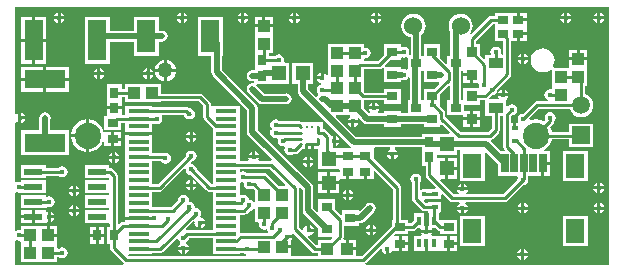
<source format=gtl>
G04 Layer_Physical_Order=1*
G04 Layer_Color=255*
%FSLAX25Y25*%
%MOIN*%
G70*
G01*
G75*
%ADD10R,0.00984X0.01083*%
%ADD11R,0.01083X0.00984*%
%ADD12R,0.03543X0.03150*%
%ADD13R,0.04000X0.04000*%
%ADD14R,0.03543X0.02756*%
%ADD15R,0.05000X0.05000*%
%ADD16R,0.02756X0.03543*%
%ADD17R,0.04000X0.04000*%
%ADD18R,0.05000X0.03600*%
%ADD19R,0.03600X0.03600*%
%ADD20R,0.01181X0.02953*%
%ADD21R,0.03543X0.02756*%
%ADD22R,0.02756X0.03543*%
%ADD23R,0.06102X0.02362*%
%ADD24R,0.02362X0.01575*%
%ADD25R,0.07087X0.01181*%
%ADD26R,0.06299X0.11024*%
%ADD27R,0.05000X0.05000*%
%ADD28R,0.06299X0.13780*%
%ADD29R,0.13780X0.06299*%
%ADD30R,0.06299X0.07874*%
%ADD31R,0.02756X0.06299*%
%ADD32C,0.01000*%
%ADD33C,0.01969*%
%ADD34C,0.08787*%
%ADD35C,0.06000*%
%ADD36R,0.05906X0.05906*%
%ADD37C,0.05906*%
%ADD38C,0.01600*%
%ADD39C,0.05000*%
G36*
X198996Y1003D02*
X118028D01*
X117876Y1503D01*
X118128Y1672D01*
X122779Y6323D01*
X123026Y6261D01*
X123281Y6118D01*
X123404Y5498D01*
X123802Y4902D01*
X124398Y4504D01*
X124600Y4464D01*
Y6200D01*
X125600D01*
Y4464D01*
X125802Y4504D01*
X126398Y4902D01*
X126796Y5498D01*
X126821Y5624D01*
X128933D01*
Y8002D01*
Y10379D01*
X127644D01*
X127434Y10857D01*
X127657Y11135D01*
X132205D01*
Y12201D01*
X133567D01*
X134070Y12301D01*
X134495Y12585D01*
X135014Y13104D01*
X136217D01*
X136485Y12604D01*
X136464Y12500D01*
X137700D01*
Y13757D01*
X137225Y14069D01*
Y18057D01*
X134044D01*
Y15846D01*
X133024Y14826D01*
X132205D01*
Y15891D01*
X129813D01*
Y26624D01*
X129713Y27126D01*
X129428Y27552D01*
X120568Y36412D01*
Y39705D01*
X120937Y40022D01*
X125937D01*
X126051Y39522D01*
X125565Y39198D01*
X125167Y38602D01*
X125127Y38400D01*
X128599D01*
X128559Y38602D01*
X128161Y39198D01*
X127675Y39522D01*
X127789Y40022D01*
X136821D01*
Y33939D01*
X137886D01*
Y30801D01*
X137986Y30299D01*
X138271Y29873D01*
X141389Y26755D01*
X141198Y26293D01*
X138845D01*
Y26293D01*
X138345Y26106D01*
X138202Y26201D01*
X137500Y26341D01*
X136798Y26201D01*
X136413Y25944D01*
X135913Y26201D01*
Y28225D01*
X136296Y28798D01*
X136435Y29500D01*
X136296Y30202D01*
X135898Y30798D01*
X135302Y31196D01*
X134600Y31335D01*
X133898Y31196D01*
X133302Y30798D01*
X132904Y30202D01*
X132765Y29500D01*
X132904Y28798D01*
X133287Y28225D01*
Y23000D01*
X133387Y22498D01*
X133672Y22072D01*
X136497Y19247D01*
X136923Y18962D01*
X137425Y18862D01*
X138784D01*
X138845Y18387D01*
X138845D01*
X139162Y18032D01*
Y14078D01*
X138700Y13769D01*
Y12500D01*
X139936D01*
X139915Y12604D01*
X140183Y13104D01*
X141372D01*
X141891Y12585D01*
X142317Y12301D01*
X142810Y12203D01*
Y11135D01*
X148353D01*
Y15891D01*
X142810D01*
X142810Y15891D01*
X142343Y15971D01*
Y18057D01*
X142706Y18387D01*
X143207D01*
Y21962D01*
X138845D01*
Y21487D01*
X137969D01*
X137245Y22211D01*
X137492Y22672D01*
X137500Y22670D01*
X138202Y22810D01*
X138345Y22905D01*
X138845Y22718D01*
Y22718D01*
X143207D01*
Y24283D01*
X143669Y24474D01*
X145872Y22272D01*
X146298Y21987D01*
X146800Y21887D01*
X149188D01*
X149340Y21387D01*
X148906Y21098D01*
X148508Y20502D01*
X148468Y20300D01*
X151940D01*
X151900Y20502D01*
X151502Y21098D01*
X151068Y21387D01*
X151220Y21887D01*
X164300D01*
X164802Y21987D01*
X165228Y22272D01*
X170326Y27370D01*
X171002Y27504D01*
X171598Y27902D01*
X171996Y28498D01*
X172135Y29200D01*
X171996Y29902D01*
X171982Y29923D01*
Y30550D01*
X176469D01*
Y34700D01*
X176969D01*
Y35200D01*
X179347D01*
Y38850D01*
X177611D01*
X177544Y39350D01*
X178591Y40153D01*
X179455Y41280D01*
X179999Y42592D01*
X180011Y42687D01*
X185881D01*
Y40106D01*
X193787D01*
Y48012D01*
X185881D01*
Y45313D01*
X180011D01*
X179999Y45408D01*
X179455Y46720D01*
X179378Y46821D01*
X180328Y47772D01*
X180613Y48198D01*
X180713Y48700D01*
Y48725D01*
X181096Y49298D01*
X181235Y50000D01*
X181096Y50702D01*
X180698Y51298D01*
X180102Y51696D01*
X179400Y51835D01*
X178698Y51696D01*
X178102Y51298D01*
X177704Y50702D01*
X177565Y50000D01*
X177704Y49298D01*
X177879Y49036D01*
X177516Y48672D01*
X177464Y48711D01*
X176152Y49255D01*
X174744Y49440D01*
X173336Y49255D01*
X172995Y49114D01*
X172487Y49444D01*
X172480Y49724D01*
X175503Y52746D01*
X186100D01*
X186381Y52066D01*
X187015Y51240D01*
X187841Y50606D01*
X188802Y50208D01*
X189834Y50072D01*
X190866Y50208D01*
X191828Y50606D01*
X192653Y51240D01*
X193287Y52066D01*
X193685Y53027D01*
X193821Y54059D01*
X193685Y55091D01*
X193287Y56053D01*
X192653Y56878D01*
X191828Y57512D01*
X191147Y57794D01*
Y60600D01*
X191882D01*
Y66600D01*
Y69100D01*
X188882D01*
Y69600D01*
D01*
Y69100D01*
X185881D01*
Y66598D01*
X180662D01*
X180441Y67046D01*
X180477Y67093D01*
X180878Y68061D01*
X181015Y69100D01*
X180878Y70139D01*
X180477Y71107D01*
X179839Y71939D01*
X179007Y72577D01*
X178039Y72978D01*
X177000Y73115D01*
X175961Y72978D01*
X174993Y72577D01*
X174161Y71939D01*
X173523Y71107D01*
X173122Y70139D01*
X172985Y69100D01*
X173122Y68061D01*
X173523Y67093D01*
X174161Y66261D01*
X174993Y65623D01*
X175961Y65222D01*
X177000Y65085D01*
X178039Y65222D01*
X179007Y65623D01*
X179580Y66063D01*
X180080Y65816D01*
Y59790D01*
X179580Y59380D01*
X179300Y59435D01*
X178598Y59296D01*
X178002Y58898D01*
X177604Y58302D01*
X177465Y57600D01*
X177604Y56898D01*
X178002Y56302D01*
X178598Y55904D01*
X178762Y55872D01*
X178713Y55372D01*
X174959D01*
X174457Y55272D01*
X174031Y54987D01*
X170374Y51330D01*
X169698Y51196D01*
X169102Y50798D01*
X168704Y50202D01*
X168565Y49500D01*
X168704Y48798D01*
X168801Y48653D01*
X168534Y48153D01*
X168100D01*
Y46365D01*
X167100D01*
Y48153D01*
X166444D01*
Y50488D01*
X166726Y50770D01*
X167402Y50904D01*
X167998Y51302D01*
X168396Y51898D01*
X168535Y52600D01*
X168396Y53302D01*
X167998Y53898D01*
X167402Y54296D01*
X166700Y54435D01*
X165998Y54296D01*
X165402Y53898D01*
X165328Y53786D01*
X164828Y53938D01*
Y55834D01*
X165026Y56253D01*
X165098Y56302D01*
X165496Y56898D01*
X165536Y57100D01*
X162064D01*
X162104Y56898D01*
X162344Y56540D01*
X162076Y56040D01*
X159303D01*
X159096Y56540D01*
X160026Y57470D01*
X160702Y57604D01*
X161298Y58002D01*
X161696Y58598D01*
X161830Y59274D01*
X166043Y63487D01*
X166328Y63913D01*
X166428Y64415D01*
Y75621D01*
X168369D01*
Y77999D01*
X168869D01*
Y78499D01*
X171640D01*
Y80222D01*
Y82100D01*
X168869D01*
Y82600D01*
X168369D01*
Y84978D01*
X160979D01*
Y83913D01*
X159800D01*
X159298Y83813D01*
X158872Y83528D01*
X153085Y77741D01*
X152708Y78071D01*
X153100Y78583D01*
X153503Y79556D01*
X153641Y80600D01*
X153503Y81644D01*
X153100Y82617D01*
X152459Y83453D01*
X151624Y84094D01*
X150651Y84497D01*
X149606Y84635D01*
X148562Y84497D01*
X147589Y84094D01*
X146754Y83453D01*
X146112Y82617D01*
X145709Y81644D01*
X145572Y80600D01*
X145709Y79556D01*
X146112Y78583D01*
X146149Y78535D01*
Y70653D01*
X145184D01*
Y68192D01*
X144722Y68001D01*
X142853Y69870D01*
Y74393D01*
X137310D01*
Y70653D01*
X136543D01*
Y77618D01*
X136711Y77747D01*
X137352Y78583D01*
X137755Y79556D01*
X137893Y80600D01*
X137755Y81644D01*
X137352Y82617D01*
X136711Y83453D01*
X135875Y84094D01*
X134903Y84497D01*
X133858Y84635D01*
X132814Y84497D01*
X131841Y84094D01*
X131005Y83453D01*
X130364Y82617D01*
X129961Y81644D01*
X129824Y80600D01*
X129961Y79556D01*
X130364Y78583D01*
X131005Y77747D01*
X131841Y77106D01*
X132814Y76703D01*
X132931Y76688D01*
Y70939D01*
X132749Y70893D01*
X132579Y70992D01*
X132333Y71304D01*
X132435Y71818D01*
X132296Y72521D01*
X131898Y73116D01*
X131302Y73514D01*
X130600Y73653D01*
X130135Y73561D01*
X129635Y73893D01*
Y74393D01*
X124091D01*
Y70903D01*
X121901Y68713D01*
X117301D01*
Y69370D01*
X117687Y69687D01*
X117800Y69665D01*
X118502Y69804D01*
X119098Y70202D01*
X119496Y70798D01*
X119635Y71500D01*
X119496Y72202D01*
X119098Y72798D01*
X118502Y73196D01*
X117800Y73335D01*
X117687Y73313D01*
X117301Y73630D01*
Y74569D01*
X105500D01*
Y68569D01*
Y64347D01*
X105000Y64195D01*
X104798Y64498D01*
X104202Y64896D01*
X104000Y64936D01*
Y63200D01*
X103500D01*
Y62700D01*
X101764D01*
X101804Y62498D01*
X102202Y61902D01*
X102798Y61504D01*
X103047Y61455D01*
Y60945D01*
X102798Y60896D01*
X102202Y60498D01*
X101804Y59902D01*
X101665Y59200D01*
X101804Y58498D01*
X102202Y57902D01*
Y57498D01*
X101932Y57093D01*
X101347Y56970D01*
X98835Y59482D01*
Y61200D01*
X100529D01*
Y68200D01*
X93529D01*
Y61200D01*
X95222D01*
Y58734D01*
X95360Y58043D01*
X95751Y57456D01*
X112657Y40551D01*
X113175Y40205D01*
X113167Y39931D01*
X113092Y39705D01*
X109224D01*
Y39705D01*
X109195D01*
Y39705D01*
X106817D01*
X106756Y39911D01*
X106900Y40054D01*
Y42100D01*
Y43836D01*
X106876Y43831D01*
X106334Y44085D01*
X106296Y44128D01*
X106028Y44528D01*
X104644Y45912D01*
X104218Y46197D01*
X103716Y46297D01*
X103711D01*
Y48445D01*
X101693D01*
Y48494D01*
X96740D01*
Y48494D01*
X96317Y48680D01*
X96119Y48813D01*
X95617Y48913D01*
X89175D01*
X88602Y49296D01*
X87900Y49435D01*
X87198Y49296D01*
X86602Y48898D01*
X86204Y48302D01*
X86065Y47600D01*
X86204Y46898D01*
X86334Y46704D01*
X86596Y46292D01*
X86334Y45880D01*
X86204Y45687D01*
X86065Y44984D01*
X86204Y44282D01*
X86602Y43687D01*
X87198Y43289D01*
X87900Y43149D01*
X88312Y43231D01*
X88450Y43121D01*
X88680Y42794D01*
X88565Y42216D01*
X88704Y41513D01*
X89102Y40918D01*
X89698Y40520D01*
X90400Y40380D01*
X90648Y40430D01*
X90948Y39980D01*
X90904Y39914D01*
X90765Y39212D01*
X90904Y38510D01*
X91302Y37914D01*
X91898Y37516D01*
X92600Y37377D01*
X93302Y37516D01*
X93875Y37899D01*
X94429D01*
X94931Y37999D01*
X95357Y38284D01*
X96339Y39266D01*
X96740Y39506D01*
X97733D01*
Y39555D01*
X97806D01*
Y41047D01*
X98733D01*
Y39506D01*
X99701D01*
Y41047D01*
X100701D01*
Y39506D01*
X101693D01*
Y39555D01*
X102195D01*
Y32705D01*
X109195Y32705D01*
X109224Y32217D01*
Y32193D01*
X109195Y31705D01*
X108724Y31705D01*
X106195D01*
Y28705D01*
X109195D01*
Y28949D01*
X109224Y29437D01*
X109695Y29437D01*
X111496D01*
Y31815D01*
X112496D01*
Y29437D01*
X114525D01*
X114896Y29437D01*
X115267Y29437D01*
X117297D01*
Y31815D01*
X118297D01*
Y29437D01*
X120568D01*
Y32046D01*
X121030Y32237D01*
X127187Y26080D01*
Y15891D01*
X126662D01*
Y13918D01*
X116656Y3913D01*
X114795D01*
Y5705D01*
X111795D01*
Y6205D01*
X111295D01*
Y9205D01*
X110711D01*
X110444Y9705D01*
X110513Y9808D01*
X110613Y10311D01*
Y13925D01*
X115612D01*
Y14694D01*
X116137D01*
X116828Y14831D01*
X117414Y15223D01*
X120612Y18420D01*
X120735Y18502D01*
X121133Y19098D01*
X121272Y19800D01*
X121133Y20502D01*
X120735Y21098D01*
X120139Y21496D01*
X119437Y21635D01*
X118735Y21496D01*
X118139Y21098D01*
X118057Y20975D01*
X115998Y18915D01*
X115612Y19075D01*
Y19075D01*
X110069D01*
Y17647D01*
X109607Y17456D01*
X107738Y19325D01*
Y22815D01*
X102195D01*
Y18739D01*
X101733Y18548D01*
X100506Y19774D01*
Y26700D01*
X100369Y27391D01*
X99977Y27977D01*
X82006Y45948D01*
Y53300D01*
X81869Y53991D01*
X81477Y54577D01*
X70106Y65948D01*
Y70639D01*
X70280D01*
Y83662D01*
X61980D01*
Y70639D01*
X66494D01*
Y65200D01*
X66631Y64509D01*
X67023Y63923D01*
X78394Y52552D01*
Y45200D01*
X78531Y44509D01*
X78923Y43923D01*
X86789Y36056D01*
X86543Y35595D01*
X86511Y35602D01*
X82432D01*
X82165Y36102D01*
X82296Y36298D01*
X82336Y36500D01*
X78864D01*
X78904Y36298D01*
X79035Y36102D01*
X78768Y35602D01*
X75977D01*
Y40376D01*
Y42935D01*
Y45494D01*
Y48053D01*
Y50612D01*
Y53793D01*
X66891D01*
Y53793D01*
X66413Y53846D01*
Y54400D01*
X66313Y54902D01*
X66028Y55328D01*
X63728Y57628D01*
X63302Y57913D01*
X62800Y58013D01*
X49757D01*
Y61100D01*
X37757D01*
Y59413D01*
X36578D01*
Y61100D01*
X31822D01*
Y55557D01*
Y53710D01*
X34200D01*
X36578D01*
Y56787D01*
X37757D01*
Y55100D01*
X49757D01*
Y55387D01*
X62256D01*
X63787Y53856D01*
Y50023D01*
X63887Y49520D01*
X64172Y49095D01*
X66891Y46376D01*
Y42935D01*
Y40376D01*
Y37817D01*
Y35258D01*
Y32699D01*
Y27924D01*
X66353D01*
X61554Y32724D01*
X61419Y33400D01*
X61021Y33995D01*
X60426Y34393D01*
X59881Y34502D01*
X59677Y34936D01*
X59668Y35015D01*
X59841Y35288D01*
X60426Y35404D01*
X61021Y35802D01*
X61419Y36398D01*
X61559Y37100D01*
X61419Y37802D01*
X61021Y38398D01*
X60426Y38796D01*
X59724Y38935D01*
X59021Y38796D01*
X58426Y38398D01*
X58028Y37802D01*
X57894Y37126D01*
X48692Y27924D01*
X46843D01*
Y32699D01*
Y35535D01*
X49680D01*
X49902Y35202D01*
X50498Y34804D01*
X51200Y34665D01*
X51902Y34804D01*
X52498Y35202D01*
X52896Y35798D01*
X53035Y36500D01*
X52896Y37202D01*
X52498Y37798D01*
X51902Y38196D01*
X51200Y38335D01*
X50498Y38196D01*
X50445Y38161D01*
X46843D01*
Y42935D01*
Y44025D01*
X37757D01*
Y42935D01*
Y40376D01*
Y37817D01*
Y35258D01*
Y32699D01*
Y30139D01*
Y27580D01*
Y25021D01*
Y22462D01*
Y19903D01*
Y16876D01*
X42300D01*
Y15876D01*
X37757D01*
Y15129D01*
X37032D01*
X36530Y15029D01*
X36104Y14745D01*
X35875Y14515D01*
X35413Y14706D01*
Y30400D01*
X35313Y30902D01*
X35028Y31328D01*
X33551Y32805D01*
X33125Y33090D01*
X32623Y33190D01*
X32481D01*
Y34058D01*
X24379D01*
Y29696D01*
X32221D01*
X32414Y29377D01*
X32221Y29059D01*
X24379D01*
Y24696D01*
X32221Y24696D01*
X32414Y24377D01*
X32221Y24058D01*
X24379D01*
Y19696D01*
X32221Y19696D01*
X32414Y19377D01*
X32221Y19059D01*
X24379D01*
Y14696D01*
X32287D01*
X32481Y14696D01*
X32787Y14323D01*
Y13512D01*
X31578D01*
Y7969D01*
X32643D01*
Y6644D01*
X32743Y6142D01*
X33028Y5716D01*
X37072Y1672D01*
X37324Y1503D01*
X37172Y1003D01*
X1003D01*
Y8907D01*
X1503Y9174D01*
X1698Y9045D01*
X2400Y8905D01*
X2619Y8948D01*
X3119Y8538D01*
Y1939D01*
X15119D01*
Y3402D01*
X15619Y3563D01*
X16098Y3244D01*
X16800Y3104D01*
X17502Y3244D01*
X18098Y3641D01*
X18496Y4237D01*
X18635Y4939D01*
X18496Y5641D01*
X18098Y6237D01*
X17502Y6635D01*
X16800Y6774D01*
X16098Y6635D01*
X15619Y6315D01*
X15119Y6476D01*
Y7740D01*
Y10240D01*
X12119D01*
Y10740D01*
X11619D01*
Y13740D01*
X3119D01*
Y12942D01*
X2619Y12532D01*
X2400Y12575D01*
X1698Y12436D01*
X1503Y12306D01*
X1003Y12573D01*
Y24967D01*
X1503Y25234D01*
X1698Y25104D01*
X2400Y24965D01*
X2619Y25008D01*
X3119Y24696D01*
Y24696D01*
X11221D01*
Y29059D01*
X3119D01*
Y29002D01*
X2619Y28592D01*
X2400Y28635D01*
X1698Y28496D01*
X1503Y28366D01*
X1003Y28633D01*
Y48218D01*
X1503Y48468D01*
X1898Y48204D01*
X2100Y48164D01*
Y49900D01*
Y51636D01*
X1898Y51596D01*
X1503Y51332D01*
X1003Y51582D01*
Y86997D01*
X198996D01*
Y1003D01*
D02*
G37*
G36*
X124091Y66483D02*
Y61763D01*
X129635D01*
Y62532D01*
X130100D01*
X130277Y62567D01*
X130600Y62503D01*
X131302Y62642D01*
X131898Y63040D01*
X132194Y63483D01*
X132694Y63331D01*
Y55864D01*
X131965D01*
Y51356D01*
X129635D01*
Y52124D01*
X124091D01*
Y51356D01*
X122080D01*
X121928Y51856D01*
X121998Y51902D01*
X122396Y52498D01*
X122436Y52700D01*
X118964D01*
X119004Y52498D01*
X119349Y51982D01*
X118961Y51663D01*
X117301Y53323D01*
Y55717D01*
X124091D01*
Y54455D01*
X129635D01*
Y59605D01*
X124091D01*
Y58342D01*
X117583D01*
X117301Y58625D01*
Y62569D01*
Y66087D01*
X122445D01*
X122947Y66187D01*
X123373Y66472D01*
X123591Y66690D01*
X124091Y66483D01*
D02*
G37*
G36*
X112743Y50268D02*
X112338Y49998D01*
X111940Y49402D01*
X111900Y49200D01*
X115372D01*
X115331Y49402D01*
X115182Y49625D01*
X115571Y49944D01*
X117243Y48272D01*
X117829Y47881D01*
X118520Y47743D01*
X124091D01*
Y46975D01*
X129635D01*
Y47743D01*
X137310D01*
Y46975D01*
X142853D01*
Y47458D01*
X143315Y47649D01*
X145902Y45062D01*
X145711Y44600D01*
X136821D01*
Y43635D01*
X114682D01*
X108011Y50306D01*
X108202Y50768D01*
X112591D01*
X112743Y50268D01*
D02*
G37*
G36*
X146149Y60588D02*
Y55864D01*
X145184D01*
Y50715D01*
X150528D01*
Y50040D01*
X152828D01*
Y52340D01*
X150727D01*
Y54240D01*
X156128D01*
Y55727D01*
X157740D01*
X157828Y55654D01*
Y50440D01*
X160015D01*
Y46372D01*
X158756Y45113D01*
X149564D01*
X144453Y50224D01*
Y51657D01*
X144353Y52160D01*
X144069Y52586D01*
X142661Y53993D01*
X142852Y54455D01*
X142853D01*
Y57945D01*
X145687Y60779D01*
X146149Y60588D01*
D02*
G37*
G36*
X131965Y69964D02*
Y66192D01*
X131465Y65924D01*
X131302Y66033D01*
X130600Y66173D01*
X130277Y66109D01*
X130100Y66144D01*
X129635D01*
Y66913D01*
X124521D01*
X124314Y67413D01*
X126145Y69243D01*
X129635D01*
Y69743D01*
X130135Y70075D01*
X130600Y69983D01*
X131302Y70123D01*
X131465Y70231D01*
X131965Y69964D01*
D02*
G37*
G36*
X160979Y75621D02*
X163803D01*
Y71124D01*
X163410Y71006D01*
X163082Y71390D01*
X163163Y71800D01*
X163023Y72502D01*
X162626Y73098D01*
X162030Y73496D01*
X161328Y73635D01*
X160626Y73496D01*
X160030Y73098D01*
X159632Y72502D01*
X159493Y71800D01*
X159587Y71328D01*
X159257Y70828D01*
X157828D01*
Y69838D01*
X157366Y69646D01*
X156128Y70884D01*
Y74628D01*
X154641D01*
Y75584D01*
X160344Y81287D01*
X160979D01*
Y75621D01*
D02*
G37*
G36*
X137310Y61763D02*
X142251D01*
X142458Y61263D01*
X140800Y59605D01*
X137310D01*
Y55864D01*
X136306D01*
Y65503D01*
X137310D01*
Y61763D01*
D02*
G37*
G36*
X150528Y64828D02*
X153328D01*
Y64328D01*
X153828D01*
Y61528D01*
X155424D01*
X155742Y61142D01*
X155705Y60959D01*
X155829Y60340D01*
X155576Y59840D01*
X150528D01*
Y55864D01*
X149762D01*
Y65503D01*
X150528D01*
Y64828D01*
D02*
G37*
G36*
X163819Y40287D02*
X163919Y39785D01*
X164203Y39359D01*
X164250Y39312D01*
X164059Y38850D01*
X162775D01*
X159590Y42035D01*
X159754Y42578D01*
X159802Y42587D01*
X160228Y42872D01*
X162256Y44900D01*
X162541Y45326D01*
X162641Y45828D01*
Y50440D01*
X163819D01*
Y40287D01*
D02*
G37*
G36*
X96894Y25952D02*
Y19026D01*
X97031Y18335D01*
X97423Y17749D01*
X102195Y12977D01*
Y10185D01*
X106665D01*
X106856Y9723D01*
X106338Y9205D01*
X102195D01*
Y7518D01*
X101438D01*
X98777Y10179D01*
X98839Y10426D01*
X98982Y10681D01*
X99602Y10804D01*
X100198Y11202D01*
X100596Y11798D01*
X100636Y12000D01*
X98900D01*
Y12500D01*
X98400D01*
Y14236D01*
X98198Y14196D01*
X97602Y13798D01*
X97204Y13202D01*
X97081Y12582D01*
X96826Y12439D01*
X96579Y12377D01*
X95583Y13373D01*
Y26529D01*
X95577Y26561D01*
X96038Y26808D01*
X96894Y25952D01*
D02*
G37*
G36*
X81200Y19553D02*
Y15300D01*
X82014D01*
X82424Y14800D01*
X82365Y14500D01*
X82504Y13798D01*
X82902Y13202D01*
X83498Y12804D01*
X84200Y12665D01*
X84902Y12804D01*
X84995Y12646D01*
X85004Y12598D01*
X85402Y12002D01*
X85406Y12000D01*
X85254Y11500D01*
X76318D01*
X75977Y11780D01*
Y14785D01*
Y17622D01*
X77435D01*
X77937Y17722D01*
X78363Y18007D01*
X79226Y18870D01*
X79902Y19004D01*
X80498Y19402D01*
X80700Y19705D01*
X81200Y19553D01*
D02*
G37*
G36*
X99967Y5277D02*
X100392Y4993D01*
X100895Y4893D01*
X102195D01*
Y3913D01*
X93100D01*
Y6400D01*
X90100D01*
Y7400D01*
X93100D01*
Y9006D01*
X93496Y9598D01*
X93536Y9800D01*
X91800D01*
Y10800D01*
X93536D01*
X93496Y11002D01*
X93418Y11119D01*
X93806Y11438D01*
X99967Y5277D01*
D02*
G37*
G36*
X66891Y7108D02*
Y4549D01*
X75977D01*
Y4827D01*
X77225D01*
X77798Y4444D01*
X77955Y4413D01*
X77905Y3913D01*
X38838D01*
X38741Y4049D01*
X38999Y4549D01*
X46843D01*
Y4827D01*
X49363D01*
X49865Y4927D01*
X50291Y5211D01*
X54892Y9812D01*
X55435Y9648D01*
X55504Y9298D01*
X55902Y8702D01*
X56204Y8501D01*
Y7899D01*
X55902Y7698D01*
X55504Y7102D01*
X55464Y6900D01*
X58936D01*
X58896Y7102D01*
X58498Y7698D01*
X58196Y7899D01*
Y8501D01*
X58498Y8702D01*
X58896Y9298D01*
X59024Y9945D01*
X66891D01*
Y7108D01*
D02*
G37*
G36*
X149394Y38850D02*
X149394D01*
Y28976D01*
X157693D01*
Y38169D01*
X158155Y38361D01*
X161992Y34523D01*
Y30550D01*
X168436D01*
X168703Y30050D01*
X168604Y29902D01*
X168470Y29226D01*
X163756Y24513D01*
X151669D01*
X151521Y24947D01*
X151508Y25013D01*
X151900Y25598D01*
X151940Y25800D01*
X148468D01*
X148508Y25598D01*
X148899Y25013D01*
X148887Y24947D01*
X148739Y24513D01*
X147344D01*
X142718Y29138D01*
X142910Y29600D01*
X144400D01*
Y33100D01*
Y36600D01*
X141577D01*
Y37600D01*
X148400D01*
Y39294D01*
X149259D01*
X149394Y38850D01*
D02*
G37*
G36*
X91182Y27762D02*
X90990Y27300D01*
X88877D01*
X85049Y31128D01*
X84623Y31413D01*
X84121Y31513D01*
X78475D01*
X77902Y31896D01*
X77200Y32035D01*
X76498Y31896D01*
X76418Y31842D01*
X75977Y32078D01*
Y32976D01*
X85967D01*
X91182Y27762D01*
D02*
G37*
G36*
X57889Y32702D02*
X57888Y32698D01*
X58028Y31995D01*
X58426Y31400D01*
X59021Y31002D01*
X59697Y30868D01*
X64881Y25684D01*
X65307Y25399D01*
X65810Y25299D01*
X66891D01*
Y22462D01*
Y19903D01*
Y17344D01*
Y12570D01*
X58457D01*
X58332Y12545D01*
X58086Y13006D01*
X60448Y15368D01*
X60909Y15122D01*
X60865Y14900D01*
X61004Y14198D01*
X61402Y13602D01*
X61998Y13204D01*
X62200Y13164D01*
Y14900D01*
X62700D01*
Y15400D01*
X64436D01*
X64396Y15602D01*
X63998Y16198D01*
X63402Y16596D01*
X63093Y16657D01*
X62862Y17213D01*
X62919Y17298D01*
X63059Y18000D01*
X62919Y18702D01*
X62521Y19298D01*
X61926Y19696D01*
X61388Y19803D01*
X61084Y20042D01*
X60920Y20285D01*
X60807Y20852D01*
X60409Y21448D01*
X59814Y21846D01*
X59112Y21985D01*
X58963Y22135D01*
X59035Y22500D01*
X58896Y23202D01*
X58498Y23798D01*
X57902Y24196D01*
X57200Y24335D01*
X56498Y24196D01*
X55902Y23798D01*
X55504Y23202D01*
X55370Y22526D01*
X53091Y20247D01*
X46843D01*
Y22462D01*
Y25299D01*
X49235D01*
X49738Y25399D01*
X50164Y25684D01*
X57428Y32948D01*
X57889Y32702D01*
D02*
G37*
G36*
X76498Y28504D02*
X76957Y28413D01*
X77370Y27928D01*
X77365Y27900D01*
X77504Y27198D01*
X77902Y26602D01*
X78498Y26204D01*
X79200Y26065D01*
X79902Y26204D01*
X80224Y26419D01*
X81200Y25444D01*
Y21847D01*
X80700Y21695D01*
X80498Y21998D01*
X79902Y22396D01*
X79200Y22535D01*
X79016Y22499D01*
X78896Y23102D01*
X78498Y23698D01*
X77902Y24096D01*
X77200Y24235D01*
X76498Y24096D01*
X76418Y24042D01*
X75977Y24278D01*
Y28322D01*
X76418Y28558D01*
X76498Y28504D01*
D02*
G37*
%LPC*%
G36*
X111496Y25836D02*
X111293Y25796D01*
X110698Y25398D01*
X110300Y24802D01*
X110260Y24600D01*
X111496D01*
Y25836D01*
D02*
G37*
G36*
X112496D02*
Y24600D01*
X113732D01*
X113691Y24802D01*
X113293Y25398D01*
X112698Y25796D01*
X112496Y25836D01*
D02*
G37*
G36*
X94700Y84936D02*
Y83700D01*
X95936D01*
X95896Y83902D01*
X95498Y84498D01*
X94902Y84896D01*
X94700Y84936D01*
D02*
G37*
G36*
X20300Y25100D02*
X19064D01*
X19104Y24898D01*
X19502Y24302D01*
X20098Y23904D01*
X20300Y23864D01*
Y25100D01*
D02*
G37*
G36*
X22536D02*
X21300D01*
Y23864D01*
X21502Y23904D01*
X22098Y24302D01*
X22496Y24898D01*
X22536Y25100D01*
D02*
G37*
G36*
X197336Y26100D02*
X196100D01*
Y24864D01*
X196302Y24904D01*
X196898Y25302D01*
X197296Y25898D01*
X197336Y26100D01*
D02*
G37*
G36*
X195100D02*
X193864D01*
X193904Y25898D01*
X194302Y25302D01*
X194898Y24904D01*
X195100Y24864D01*
Y26100D01*
D02*
G37*
G36*
X105195Y27705D02*
X102195D01*
Y24705D01*
X105195D01*
Y27705D01*
D02*
G37*
G36*
X109195D02*
X106195D01*
Y24705D01*
X109195D01*
Y27705D01*
D02*
G37*
G36*
X113732Y23600D02*
X112496D01*
Y22364D01*
X112698Y22404D01*
X113293Y22802D01*
X113691Y23398D01*
X113732Y23600D01*
D02*
G37*
G36*
X11221Y24058D02*
X3119D01*
Y19696D01*
X11221D01*
Y19925D01*
X11633Y20183D01*
X11721Y20177D01*
X12400Y20042D01*
X13102Y20182D01*
X13698Y20580D01*
X14096Y21175D01*
X14235Y21877D01*
X14096Y22580D01*
X13698Y23175D01*
X13102Y23573D01*
X12400Y23713D01*
X11721Y23578D01*
X11633Y23572D01*
X11221Y23830D01*
Y24058D01*
D02*
G37*
G36*
X169800Y21536D02*
X169598Y21496D01*
X169002Y21098D01*
X168604Y20502D01*
X168564Y20300D01*
X169800D01*
Y21536D01*
D02*
G37*
G36*
X21300Y20736D02*
Y19500D01*
X22536D01*
X22496Y19702D01*
X22098Y20298D01*
X21502Y20696D01*
X21300Y20736D01*
D02*
G37*
G36*
X197336Y19300D02*
X196100D01*
Y18064D01*
X196302Y18104D01*
X196898Y18502D01*
X197296Y19098D01*
X197336Y19300D01*
D02*
G37*
G36*
X20300Y20736D02*
X20098Y20696D01*
X19502Y20298D01*
X19104Y19702D01*
X19064Y19500D01*
X20300D01*
Y20736D01*
D02*
G37*
G36*
X120900Y84936D02*
X120698Y84896D01*
X120102Y84498D01*
X119704Y83902D01*
X119664Y83700D01*
X120900D01*
Y84936D01*
D02*
G37*
G36*
X111496Y23600D02*
X110260D01*
X110300Y23398D01*
X110698Y22802D01*
X111293Y22404D01*
X111496Y22364D01*
Y23600D01*
D02*
G37*
G36*
X196100Y21536D02*
Y20300D01*
X197336D01*
X197296Y20502D01*
X196898Y21098D01*
X196302Y21496D01*
X196100Y21536D01*
D02*
G37*
G36*
X170800D02*
Y20300D01*
X172036D01*
X171996Y20502D01*
X171598Y21098D01*
X171002Y21496D01*
X170800Y21536D01*
D02*
G37*
G36*
X195100D02*
X194898Y21496D01*
X194302Y21098D01*
X193904Y20502D01*
X193864Y20300D01*
X195100D01*
Y21536D01*
D02*
G37*
G36*
X179347Y34200D02*
X177469D01*
Y30550D01*
X179347D01*
Y34200D01*
D02*
G37*
G36*
X98300Y34800D02*
X97064D01*
X97104Y34598D01*
X97502Y34002D01*
X98098Y33604D01*
X98300Y33564D01*
Y34800D01*
D02*
G37*
G36*
X11221Y34058D02*
X3119D01*
Y29696D01*
X11221D01*
Y30565D01*
X15525D01*
X16098Y30182D01*
X16800Y30042D01*
X17502Y30182D01*
X18098Y30580D01*
X18496Y31175D01*
X18635Y31877D01*
X18496Y32580D01*
X18098Y33175D01*
X17502Y33573D01*
X16800Y33713D01*
X16098Y33573D01*
X15525Y33190D01*
X11221D01*
Y34058D01*
D02*
G37*
G36*
X191945Y38850D02*
X183646D01*
Y28976D01*
X191945D01*
Y38850D01*
D02*
G37*
G36*
X35736Y36200D02*
X34500D01*
Y34964D01*
X34702Y35004D01*
X35298Y35402D01*
X35696Y35998D01*
X35736Y36200D01*
D02*
G37*
G36*
X98300Y37036D02*
X98098Y36996D01*
X97502Y36598D01*
X97104Y36002D01*
X97064Y35800D01*
X98300D01*
Y37036D01*
D02*
G37*
G36*
X33500Y36200D02*
X32264D01*
X32304Y35998D01*
X32702Y35402D01*
X33298Y35004D01*
X33500Y34964D01*
Y36200D01*
D02*
G37*
G36*
X100536Y34800D02*
X99300D01*
Y33564D01*
X99502Y33604D01*
X100098Y34002D01*
X100496Y34598D01*
X100536Y34800D01*
D02*
G37*
G36*
X105195Y31705D02*
X102195D01*
Y28705D01*
X105195D01*
Y31705D01*
D02*
G37*
G36*
X21300Y27336D02*
Y26100D01*
X22536D01*
X22496Y26302D01*
X22098Y26898D01*
X21502Y27296D01*
X21300Y27336D01*
D02*
G37*
G36*
X20300D02*
X20098Y27296D01*
X19502Y26898D01*
X19104Y26302D01*
X19064Y26100D01*
X20300D01*
Y27336D01*
D02*
G37*
G36*
X93700Y84936D02*
X93498Y84896D01*
X92902Y84498D01*
X92504Y83902D01*
X92464Y83700D01*
X93700D01*
Y84936D01*
D02*
G37*
G36*
X195100Y28336D02*
X194898Y28296D01*
X194302Y27898D01*
X193904Y27302D01*
X193864Y27100D01*
X195100D01*
Y28336D01*
D02*
G37*
G36*
X196100D02*
Y27100D01*
X197336D01*
X197296Y27302D01*
X196898Y27898D01*
X196302Y28296D01*
X196100Y28336D01*
D02*
G37*
G36*
X185100Y84936D02*
Y83700D01*
X186336D01*
X186296Y83902D01*
X185898Y84498D01*
X185302Y84896D01*
X185100Y84936D01*
D02*
G37*
G36*
X27944Y10240D02*
X26066D01*
Y7969D01*
X27944D01*
Y10240D01*
D02*
G37*
G36*
X191945Y17196D02*
X183646D01*
Y7322D01*
X191945D01*
Y17196D01*
D02*
G37*
G36*
X195100Y84936D02*
X194898Y84896D01*
X194302Y84498D01*
X193904Y83902D01*
X193864Y83700D01*
X195100D01*
Y84936D01*
D02*
G37*
G36*
X157693Y17196D02*
X149394D01*
Y7322D01*
X157693D01*
Y17196D01*
D02*
G37*
G36*
X119300Y12000D02*
X118064D01*
X118104Y11798D01*
X118502Y11202D01*
X119098Y10804D01*
X119300Y10764D01*
Y12000D01*
D02*
G37*
G36*
X121536D02*
X120300D01*
Y10764D01*
X120502Y10804D01*
X121098Y11202D01*
X121496Y11798D01*
X121536Y12000D01*
D02*
G37*
G36*
X132205Y10379D02*
X129933D01*
Y8502D01*
X132205D01*
Y10379D01*
D02*
G37*
G36*
X30822Y10240D02*
X28944D01*
Y7969D01*
X30822D01*
Y10240D01*
D02*
G37*
G36*
X146081Y10379D02*
Y8502D01*
X148353D01*
Y10379D01*
X146081D01*
D02*
G37*
G36*
X114795Y9205D02*
X112295D01*
Y6705D01*
X114795D01*
Y9205D01*
D02*
G37*
G36*
X196100Y84936D02*
Y83700D01*
X197336D01*
X197296Y83902D01*
X196898Y84498D01*
X196302Y84896D01*
X196100Y84936D01*
D02*
G37*
G36*
X169700Y3900D02*
X168464D01*
X168504Y3698D01*
X168902Y3102D01*
X169498Y2704D01*
X169700Y2664D01*
Y3900D01*
D02*
G37*
G36*
X171936D02*
X170700D01*
Y2664D01*
X170902Y2704D01*
X171498Y3102D01*
X171896Y3698D01*
X171936Y3900D01*
D02*
G37*
G36*
X132205Y7502D02*
X129933D01*
Y5624D01*
X132205D01*
Y7502D01*
D02*
G37*
G36*
X148353Y7502D02*
X146081D01*
Y5624D01*
X148353D01*
Y7502D01*
D02*
G37*
G36*
X139936Y11500D02*
X136464D01*
X136504Y11298D01*
X136652Y11076D01*
X136385Y10576D01*
X134044D01*
Y5624D01*
X137693D01*
Y8100D01*
X138693D01*
Y5624D01*
X142310D01*
X142343Y5624D01*
X142810D01*
X142843Y5624D01*
X145081D01*
Y8002D01*
Y10379D01*
X142843D01*
X142810Y10379D01*
X142343Y10460D01*
Y10576D01*
X140015D01*
X139748Y11076D01*
X139896Y11298D01*
X139936Y11500D01*
D02*
G37*
G36*
X169700Y6136D02*
X169498Y6096D01*
X168902Y5698D01*
X168504Y5102D01*
X168464Y4900D01*
X169700D01*
Y6136D01*
D02*
G37*
G36*
X170700D02*
Y4900D01*
X171936D01*
X171896Y5102D01*
X171498Y5698D01*
X170902Y6096D01*
X170700Y6136D01*
D02*
G37*
G36*
X6670Y19059D02*
X3119D01*
Y17377D01*
X6670D01*
Y19059D01*
D02*
G37*
G36*
X12900Y18636D02*
Y17400D01*
X14136D01*
X14096Y17602D01*
X13698Y18198D01*
X13102Y18596D01*
X12900Y18636D01*
D02*
G37*
G36*
X22536Y18500D02*
X21300D01*
Y17264D01*
X21502Y17304D01*
X22098Y17702D01*
X22496Y18298D01*
X22536Y18500D01*
D02*
G37*
G36*
X14136Y16400D02*
X12900D01*
Y15164D01*
X13102Y15204D01*
X13698Y15602D01*
X14096Y16198D01*
X14136Y16400D01*
D02*
G37*
G36*
X20300Y18500D02*
X19064D01*
X19104Y18298D01*
X19502Y17702D01*
X20098Y17304D01*
X20300Y17264D01*
Y18500D01*
D02*
G37*
G36*
X172036Y19300D02*
X170800D01*
Y18064D01*
X171002Y18104D01*
X171598Y18502D01*
X171996Y19098D01*
X172036Y19300D01*
D02*
G37*
G36*
X195100D02*
X193864D01*
X193904Y19098D01*
X194302Y18502D01*
X194898Y18104D01*
X195100Y18064D01*
Y19300D01*
D02*
G37*
G36*
X169800D02*
X168564D01*
X168604Y19098D01*
X169002Y18502D01*
X169598Y18104D01*
X169800Y18064D01*
Y19300D01*
D02*
G37*
G36*
X149704D02*
X148468D01*
X148508Y19098D01*
X148906Y18502D01*
X149502Y18104D01*
X149704Y18064D01*
Y19300D01*
D02*
G37*
G36*
X151940D02*
X150704D01*
Y18064D01*
X150906Y18104D01*
X151502Y18502D01*
X151900Y19098D01*
X151940Y19300D01*
D02*
G37*
G36*
X11221Y19059D02*
X7670D01*
Y16877D01*
Y14696D01*
X11221D01*
Y14948D01*
X11633Y15205D01*
X11721Y15200D01*
X11900Y15164D01*
Y16900D01*
Y18636D01*
X11721Y18600D01*
X11633Y18595D01*
X11221Y18852D01*
Y19059D01*
D02*
G37*
G36*
X184100Y84936D02*
X183898Y84896D01*
X183302Y84498D01*
X182904Y83902D01*
X182864Y83700D01*
X184100D01*
Y84936D01*
D02*
G37*
G36*
X15119Y13740D02*
X12619D01*
Y11240D01*
X15119D01*
Y13740D01*
D02*
G37*
G36*
X27944Y13512D02*
X26066D01*
Y11240D01*
X27944D01*
Y13512D01*
D02*
G37*
G36*
X30822D02*
X28944D01*
Y11240D01*
X30822D01*
Y13512D01*
D02*
G37*
G36*
X6670Y16377D02*
X3119D01*
Y14696D01*
X6670D01*
Y16377D01*
D02*
G37*
G36*
X121900Y84936D02*
Y83700D01*
X123136D01*
X123096Y83902D01*
X122698Y84498D01*
X122102Y84896D01*
X121900Y84936D01*
D02*
G37*
G36*
X119300Y14236D02*
X119098Y14196D01*
X118502Y13798D01*
X118104Y13202D01*
X118064Y13000D01*
X119300D01*
Y14236D01*
D02*
G37*
G36*
X120300D02*
Y13000D01*
X121536D01*
X121496Y13202D01*
X121098Y13798D01*
X120502Y14196D01*
X120300Y14236D01*
D02*
G37*
G36*
X99300Y37036D02*
Y35800D01*
X100536D01*
X100496Y36002D01*
X100098Y36598D01*
X99502Y36996D01*
X99300Y37036D01*
D02*
G37*
G36*
X169800Y69100D02*
X168564D01*
X168604Y68898D01*
X169002Y68302D01*
X169598Y67904D01*
X169800Y67864D01*
Y69100D01*
D02*
G37*
G36*
X172036D02*
X170800D01*
Y67864D01*
X171002Y67904D01*
X171598Y68302D01*
X171996Y68898D01*
X172036Y69100D01*
D02*
G37*
G36*
X51700Y69164D02*
Y66200D01*
X54664D01*
X54610Y66614D01*
X54257Y67465D01*
X53696Y68196D01*
X52965Y68757D01*
X52114Y69110D01*
X51700Y69164D01*
D02*
G37*
G36*
X86928Y80162D02*
X83928D01*
X80928D01*
Y77662D01*
Y71662D01*
X80950D01*
Y65778D01*
X80210D01*
X80065Y65807D01*
X79362Y65667D01*
X78767Y65269D01*
X78369Y64674D01*
X78229Y63972D01*
X78369Y63269D01*
X78767Y62674D01*
X79362Y62276D01*
X80065Y62136D01*
X80210Y62165D01*
X80733D01*
X80816Y61998D01*
X80864Y61665D01*
X80450Y61359D01*
X80065Y61435D01*
X79362Y61296D01*
X78767Y60898D01*
X78369Y60302D01*
X78229Y59600D01*
X78369Y58898D01*
X78767Y58302D01*
X78890Y58220D01*
X82187Y54923D01*
X82774Y54531D01*
X83465Y54394D01*
X91245D01*
X91390Y54365D01*
X92092Y54504D01*
X92688Y54902D01*
X93086Y55498D01*
X93225Y56200D01*
X93086Y56902D01*
X92688Y57498D01*
X92092Y57896D01*
X91390Y58035D01*
X91245Y58006D01*
X84213D01*
X81519Y60700D01*
X81574Y60960D01*
X81741Y61200D01*
X92529D01*
Y68200D01*
X90952D01*
X90636Y68700D01*
X90735Y69200D01*
X90596Y69902D01*
X90198Y70498D01*
X89602Y70896D01*
X88900Y71035D01*
X88198Y70896D01*
X87602Y70498D01*
X87539Y70402D01*
X85706D01*
Y71662D01*
X86928D01*
Y77662D01*
Y80162D01*
D02*
G37*
G36*
X50700Y69164D02*
X50286Y69110D01*
X49435Y68757D01*
X48704Y68196D01*
X48143Y67465D01*
X47790Y66614D01*
X47736Y66200D01*
X50700D01*
Y69164D01*
D02*
G37*
G36*
X169800Y71336D02*
X169598Y71296D01*
X169002Y70898D01*
X168604Y70302D01*
X168564Y70100D01*
X169800D01*
Y71336D01*
D02*
G37*
G36*
X170800D02*
Y70100D01*
X172036D01*
X171996Y70302D01*
X171598Y70898D01*
X171002Y71296D01*
X170800Y71336D01*
D02*
G37*
G36*
X197336Y82700D02*
X196100D01*
Y81464D01*
X196302Y81504D01*
X196898Y81902D01*
X197296Y82498D01*
X197336Y82700D01*
D02*
G37*
G36*
X6769Y75273D02*
X3119D01*
Y67883D01*
X6769D01*
Y75273D01*
D02*
G37*
G36*
X11418D02*
X7768D01*
Y67883D01*
X11418D01*
Y75273D01*
D02*
G37*
G36*
X45900Y66436D02*
Y65200D01*
X47136D01*
X47096Y65402D01*
X46698Y65998D01*
X46102Y66396D01*
X45900Y66436D01*
D02*
G37*
G36*
X47136Y64200D02*
X45900D01*
Y62964D01*
X46102Y63004D01*
X46698Y63402D01*
X47096Y63998D01*
X47136Y64200D01*
D02*
G37*
G36*
X10509Y66979D02*
X3119D01*
Y63330D01*
X10509D01*
Y66979D01*
D02*
G37*
G36*
X44900Y64200D02*
X43664D01*
X43704Y63998D01*
X44102Y63402D01*
X44698Y63004D01*
X44900Y62964D01*
Y64200D01*
D02*
G37*
G36*
X28500D02*
X27264D01*
X27304Y63998D01*
X27702Y63402D01*
X28298Y63004D01*
X28500Y62964D01*
Y64200D01*
D02*
G37*
G36*
X30736D02*
X29500D01*
Y62964D01*
X29702Y63004D01*
X30298Y63402D01*
X30696Y63998D01*
X30736Y64200D01*
D02*
G37*
G36*
X29500Y66436D02*
Y65200D01*
X30736D01*
X30696Y65402D01*
X30298Y65998D01*
X29702Y66396D01*
X29500Y66436D01*
D02*
G37*
G36*
X44900D02*
X44698Y66396D01*
X44102Y65998D01*
X43704Y65402D01*
X43664Y65200D01*
X44900D01*
Y66436D01*
D02*
G37*
G36*
X28500D02*
X28298Y66396D01*
X27702Y65998D01*
X27304Y65402D01*
X27264Y65200D01*
X28500D01*
Y66436D01*
D02*
G37*
G36*
X18898Y66979D02*
X11509D01*
Y63330D01*
X18898D01*
Y66979D01*
D02*
G37*
G36*
X103000Y64936D02*
X102798Y64896D01*
X102202Y64498D01*
X101804Y63902D01*
X101764Y63700D01*
X103000D01*
Y64936D01*
D02*
G37*
G36*
X78736Y82700D02*
X77500D01*
Y81464D01*
X77702Y81504D01*
X78298Y81902D01*
X78696Y82498D01*
X78736Y82700D01*
D02*
G37*
G36*
X93700D02*
X92464D01*
X92504Y82498D01*
X92902Y81902D01*
X93498Y81504D01*
X93700Y81464D01*
Y82700D01*
D02*
G37*
G36*
X76500D02*
X75264D01*
X75304Y82498D01*
X75702Y81902D01*
X76298Y81504D01*
X76500Y81464D01*
Y82700D01*
D02*
G37*
G36*
X56300D02*
X55064D01*
X55104Y82498D01*
X55502Y81902D01*
X56098Y81504D01*
X56300Y81464D01*
Y82700D01*
D02*
G37*
G36*
X58536D02*
X57300D01*
Y81464D01*
X57502Y81504D01*
X58098Y81902D01*
X58496Y82498D01*
X58536Y82700D01*
D02*
G37*
G36*
X184100D02*
X182864D01*
X182904Y82498D01*
X183302Y81902D01*
X183898Y81504D01*
X184100Y81464D01*
Y82700D01*
D02*
G37*
G36*
X186336D02*
X185100D01*
Y81464D01*
X185302Y81504D01*
X185898Y81902D01*
X186296Y82498D01*
X186336Y82700D01*
D02*
G37*
G36*
X123136D02*
X121900D01*
Y81464D01*
X122102Y81504D01*
X122698Y81902D01*
X123096Y82498D01*
X123136Y82700D01*
D02*
G37*
G36*
X95936D02*
X94700D01*
Y81464D01*
X94902Y81504D01*
X95498Y81902D01*
X95896Y82498D01*
X95936Y82700D01*
D02*
G37*
G36*
X120900D02*
X119664D01*
X119704Y82498D01*
X120102Y81902D01*
X120698Y81504D01*
X120900Y81464D01*
Y82700D01*
D02*
G37*
G36*
X17484D02*
X16248D01*
Y81464D01*
X16450Y81504D01*
X17046Y81902D01*
X17444Y82498D01*
X17484Y82700D01*
D02*
G37*
G36*
X171640Y77499D02*
X169369D01*
Y75621D01*
X171640D01*
Y77499D01*
D02*
G37*
G36*
X6769Y83662D02*
X3119D01*
Y76273D01*
X6769D01*
Y83662D01*
D02*
G37*
G36*
X195100Y82700D02*
X193864D01*
X193904Y82498D01*
X194302Y81902D01*
X194898Y81504D01*
X195100Y81464D01*
Y82700D01*
D02*
G37*
G36*
X188382Y72600D02*
X185881D01*
Y70100D01*
X188382D01*
Y72600D01*
D02*
G37*
G36*
X191882D02*
X189382D01*
Y70100D01*
X191882D01*
Y72600D01*
D02*
G37*
G36*
X86928Y83662D02*
X84428D01*
Y81162D01*
X86928D01*
Y83662D01*
D02*
G37*
G36*
X15248Y82700D02*
X14012D01*
X14052Y82498D01*
X14450Y81902D01*
X15046Y81504D01*
X15248Y81464D01*
Y82700D01*
D02*
G37*
G36*
X83428Y83662D02*
X80928D01*
Y81162D01*
X83428D01*
Y83662D01*
D02*
G37*
G36*
X11418D02*
X7768D01*
Y76273D01*
X11418D01*
Y83662D01*
D02*
G37*
G36*
X49020D02*
X40720D01*
Y78957D01*
X32678D01*
Y83662D01*
X24379D01*
Y67883D01*
X32678D01*
Y75344D01*
X40720D01*
Y70639D01*
X49020D01*
Y75344D01*
X49955D01*
X50100Y75315D01*
X50802Y75455D01*
X51398Y75853D01*
X51796Y76448D01*
X51935Y77151D01*
X51796Y77853D01*
X51398Y78448D01*
X50802Y78846D01*
X50100Y78986D01*
X49955Y78957D01*
X49020D01*
Y83662D01*
D02*
G37*
G36*
X107900Y43836D02*
Y42600D01*
X109136D01*
X109096Y42802D01*
X108698Y43398D01*
X108102Y43796D01*
X107900Y43836D01*
D02*
G37*
G36*
X34100Y45126D02*
Y43248D01*
X36372D01*
Y45126D01*
X34100D01*
D02*
G37*
G36*
X61459Y43100D02*
X60224D01*
Y41864D01*
X60426Y41904D01*
X61021Y42302D01*
X61419Y42898D01*
X61459Y43100D01*
D02*
G37*
G36*
X36372Y42248D02*
X34100D01*
Y40370D01*
X36372D01*
Y42248D01*
D02*
G37*
G36*
X59224Y43100D02*
X57988D01*
X58028Y42898D01*
X58426Y42302D01*
X59021Y41904D01*
X59224Y41864D01*
Y43100D01*
D02*
G37*
G36*
X24756Y49374D02*
X23848Y49255D01*
X22536Y48711D01*
X21409Y47847D01*
X20545Y46720D01*
X20001Y45408D01*
X19882Y44500D01*
X24756D01*
Y49374D01*
D02*
G37*
G36*
X57300Y84936D02*
Y83700D01*
X58536D01*
X58496Y83902D01*
X58098Y84498D01*
X57502Y84896D01*
X57300Y84936D01*
D02*
G37*
G36*
X60224Y45336D02*
Y44100D01*
X61459D01*
X61419Y44302D01*
X61021Y44898D01*
X60426Y45296D01*
X60224Y45336D01*
D02*
G37*
G36*
X76500Y84936D02*
X76298Y84896D01*
X75702Y84498D01*
X75304Y83902D01*
X75264Y83700D01*
X76500D01*
Y84936D01*
D02*
G37*
G36*
X59224Y45336D02*
X59021Y45296D01*
X58426Y44898D01*
X58028Y44302D01*
X57988Y44100D01*
X59224D01*
Y45336D01*
D02*
G37*
G36*
X25756Y49374D02*
Y44000D01*
Y38626D01*
X26664Y38745D01*
X27976Y39289D01*
X29103Y40153D01*
X29967Y41280D01*
X30328Y42151D01*
X30828Y42052D01*
Y40370D01*
X33100D01*
Y42748D01*
Y45126D01*
X30882Y45126D01*
X30673Y45285D01*
X30480Y45482D01*
X29967Y46720D01*
X29103Y47847D01*
X27976Y48711D01*
X26664Y49255D01*
X25756Y49374D01*
D02*
G37*
G36*
X34500Y38436D02*
Y37200D01*
X35736D01*
X35696Y37402D01*
X35298Y37998D01*
X34702Y38396D01*
X34500Y38436D01*
D02*
G37*
G36*
X11100Y51735D02*
X10398Y51596D01*
X9802Y51198D01*
X9404Y50602D01*
X9403Y50594D01*
X9340Y50500D01*
X9202Y49809D01*
Y45720D01*
X3119D01*
Y37420D01*
X18898D01*
Y45720D01*
X12815D01*
Y49295D01*
X12935Y49900D01*
X12796Y50602D01*
X12398Y51198D01*
X11802Y51596D01*
X11100Y51735D01*
D02*
G37*
G36*
X33500Y38436D02*
X33298Y38396D01*
X32702Y37998D01*
X32304Y37402D01*
X32264Y37200D01*
X33500D01*
Y38436D01*
D02*
G37*
G36*
X126363Y37400D02*
X125127D01*
X125167Y37198D01*
X125565Y36602D01*
X126161Y36204D01*
X126363Y36164D01*
Y37400D01*
D02*
G37*
G36*
X128599D02*
X127363D01*
Y36164D01*
X127565Y36204D01*
X128161Y36602D01*
X128559Y37198D01*
X128599Y37400D01*
D02*
G37*
G36*
X77500Y84936D02*
Y83700D01*
X78736D01*
X78696Y83902D01*
X78298Y84498D01*
X77702Y84896D01*
X77500Y84936D01*
D02*
G37*
G36*
X109136Y41600D02*
X107900D01*
Y40364D01*
X108102Y40404D01*
X108698Y40802D01*
X109096Y41398D01*
X109136Y41600D01*
D02*
G37*
G36*
X24756Y43500D02*
X19882D01*
X20001Y42592D01*
X20545Y41280D01*
X21409Y40153D01*
X22536Y39289D01*
X23848Y38745D01*
X24756Y38626D01*
Y43500D01*
D02*
G37*
G36*
X80100Y38736D02*
X79898Y38696D01*
X79302Y38298D01*
X78904Y37702D01*
X78864Y37500D01*
X80100D01*
Y38736D01*
D02*
G37*
G36*
X81100D02*
Y37500D01*
X82336D01*
X82296Y37702D01*
X81898Y38298D01*
X81302Y38696D01*
X81100Y38736D01*
D02*
G37*
G36*
X163300Y59336D02*
X163098Y59296D01*
X162502Y58898D01*
X162104Y58302D01*
X162064Y58100D01*
X163300D01*
Y59336D01*
D02*
G37*
G36*
X164300D02*
Y58100D01*
X165536D01*
X165496Y58302D01*
X165098Y58898D01*
X164502Y59296D01*
X164300Y59336D01*
D02*
G37*
G36*
X171640Y84978D02*
X169369D01*
Y83100D01*
X171640D01*
Y84978D01*
D02*
G37*
G36*
X16248Y84936D02*
Y83700D01*
X17484D01*
X17444Y83902D01*
X17046Y84498D01*
X16450Y84896D01*
X16248Y84936D01*
D02*
G37*
G36*
X15248D02*
X15046Y84896D01*
X14450Y84498D01*
X14052Y83902D01*
X14012Y83700D01*
X15248D01*
Y84936D01*
D02*
G37*
G36*
X50700Y65200D02*
X47736D01*
X47790Y64786D01*
X48143Y63935D01*
X48704Y63204D01*
X49435Y62643D01*
X50286Y62290D01*
X50700Y62236D01*
Y65200D01*
D02*
G37*
G36*
X54664D02*
X51700D01*
Y62236D01*
X52114Y62290D01*
X52965Y62643D01*
X53696Y63204D01*
X54257Y63935D01*
X54610Y64786D01*
X54664Y65200D01*
D02*
G37*
G36*
X10509Y62330D02*
X3119D01*
Y58680D01*
X10509D01*
Y62330D01*
D02*
G37*
G36*
X18898D02*
X11509D01*
Y58680D01*
X18898D01*
Y62330D01*
D02*
G37*
G36*
X4336Y49400D02*
X3100D01*
Y48164D01*
X3302Y48204D01*
X3898Y48602D01*
X4296Y49198D01*
X4336Y49400D01*
D02*
G37*
G36*
X46843Y53793D02*
X37757D01*
Y50956D01*
X36578D01*
Y52710D01*
X34200D01*
X31822D01*
Y50638D01*
X30828D01*
Y45882D01*
X36372D01*
Y48331D01*
X37757D01*
Y45494D01*
Y45025D01*
X46843D01*
Y47850D01*
X47247Y48105D01*
X47343Y48118D01*
X47598Y47948D01*
X48300Y47808D01*
X49002Y47948D01*
X49598Y48346D01*
X49996Y48941D01*
X50135Y49643D01*
X49996Y50346D01*
X49927Y50449D01*
X50162Y50890D01*
X57426D01*
X57504Y50498D01*
X57902Y49902D01*
X58498Y49504D01*
X59200Y49365D01*
X59902Y49504D01*
X60498Y49902D01*
X60896Y50498D01*
X61035Y51200D01*
X60896Y51902D01*
X60498Y52498D01*
X59902Y52896D01*
X59226Y53030D01*
X59126Y53131D01*
X58700Y53415D01*
X58198Y53515D01*
X46843D01*
Y53793D01*
D02*
G37*
G36*
X3100Y51636D02*
Y50400D01*
X4336D01*
X4296Y50602D01*
X3898Y51198D01*
X3302Y51596D01*
X3100Y51636D01*
D02*
G37*
G36*
X56300Y84936D02*
X56098Y84896D01*
X55502Y84498D01*
X55104Y83902D01*
X55064Y83700D01*
X56300D01*
Y84936D01*
D02*
G37*
G36*
X121200Y54936D02*
Y53700D01*
X122436D01*
X122396Y53902D01*
X121998Y54498D01*
X121402Y54896D01*
X121200Y54936D01*
D02*
G37*
G36*
X120200D02*
X119998Y54896D01*
X119402Y54498D01*
X119004Y53902D01*
X118964Y53700D01*
X120200D01*
Y54936D01*
D02*
G37*
G36*
X115372Y48200D02*
X114136D01*
Y46964D01*
X114338Y47004D01*
X114934Y47402D01*
X115331Y47998D01*
X115372Y48200D01*
D02*
G37*
G36*
X113136D02*
X111900D01*
X111940Y47998D01*
X112338Y47402D01*
X112934Y47004D01*
X113136Y46964D01*
Y48200D01*
D02*
G37*
G36*
X152828Y49040D02*
X150528D01*
Y46740D01*
X152828D01*
Y49040D01*
D02*
G37*
G36*
X156128D02*
X153828D01*
Y46740D01*
X156128D01*
Y49040D01*
D02*
G37*
G36*
Y52340D02*
X153828D01*
Y50040D01*
X156128D01*
Y52340D01*
D02*
G37*
G36*
X152828Y63828D02*
X150528D01*
Y61528D01*
X152828D01*
Y63828D01*
D02*
G37*
G36*
X99400Y14236D02*
Y13000D01*
X100636D01*
X100596Y13202D01*
X100198Y13798D01*
X99602Y14196D01*
X99400Y14236D01*
D02*
G37*
G36*
X56700Y5900D02*
X55464D01*
X55504Y5698D01*
X55902Y5102D01*
X56498Y4704D01*
X56700Y4664D01*
Y5900D01*
D02*
G37*
G36*
X58936D02*
X57700D01*
Y4664D01*
X57902Y4704D01*
X58498Y5102D01*
X58896Y5698D01*
X58936Y5900D01*
D02*
G37*
G36*
X148400Y32600D02*
X145400D01*
Y29600D01*
X148400D01*
Y32600D01*
D02*
G37*
G36*
Y36600D02*
X145400D01*
Y33600D01*
X148400D01*
Y36600D01*
D02*
G37*
G36*
X149704Y28036D02*
X149502Y27996D01*
X148906Y27598D01*
X148508Y27002D01*
X148468Y26800D01*
X149704D01*
Y28036D01*
D02*
G37*
G36*
X150704D02*
Y26800D01*
X151940D01*
X151900Y27002D01*
X151502Y27598D01*
X150906Y27996D01*
X150704Y28036D01*
D02*
G37*
G36*
X59224Y27000D02*
X57988D01*
X58028Y26798D01*
X58426Y26202D01*
X59021Y25804D01*
X59224Y25764D01*
Y27000D01*
D02*
G37*
G36*
X61459D02*
X60224D01*
Y25764D01*
X60426Y25804D01*
X61021Y26202D01*
X61419Y26798D01*
X61459Y27000D01*
D02*
G37*
G36*
X59224Y29236D02*
X59021Y29196D01*
X58426Y28798D01*
X58028Y28202D01*
X57988Y28000D01*
X59224D01*
Y29236D01*
D02*
G37*
G36*
X60224D02*
Y28000D01*
X61459D01*
X61419Y28202D01*
X61021Y28798D01*
X60426Y29196D01*
X60224Y29236D01*
D02*
G37*
G36*
X64436Y14400D02*
X63200D01*
Y13164D01*
X63402Y13204D01*
X63998Y13602D01*
X64396Y14198D01*
X64436Y14400D01*
D02*
G37*
%LPD*%
D10*
X98233Y46953D02*
D03*
X100201D02*
D03*
Y41047D02*
D03*
X98233D02*
D03*
D11*
X102170Y44984D02*
D03*
Y43016D02*
D03*
Y41047D02*
D03*
X96264Y43016D02*
D03*
Y44984D02*
D03*
Y46953D02*
D03*
Y41047D02*
D03*
X102170Y46953D02*
D03*
D12*
X112840Y16500D02*
D03*
X104966Y12760D02*
D03*
Y20240D02*
D03*
X134737Y53290D02*
D03*
X126863Y49549D02*
D03*
Y57030D02*
D03*
Y71818D02*
D03*
Y64338D02*
D03*
X134737Y68078D02*
D03*
X140081Y57030D02*
D03*
Y49549D02*
D03*
X147955Y53290D02*
D03*
X140081Y71818D02*
D03*
Y64338D02*
D03*
X147955Y68078D02*
D03*
D13*
X105195Y6205D02*
D03*
X111795D02*
D03*
X40757Y58100D02*
D03*
X46757D02*
D03*
X90100Y6900D02*
D03*
X84100D02*
D03*
X12119Y10740D02*
D03*
X6119D02*
D03*
X12119Y4939D02*
D03*
X6119D02*
D03*
D14*
X163751Y82600D02*
D03*
X168869D02*
D03*
X163751Y77999D02*
D03*
X168869D02*
D03*
D15*
X144900Y33100D02*
D03*
Y41100D02*
D03*
X105695Y28205D02*
D03*
Y36205D02*
D03*
D16*
X34200Y58328D02*
D03*
Y53210D02*
D03*
X139199Y41828D02*
D03*
Y36710D02*
D03*
X83328Y63972D02*
D03*
Y69090D02*
D03*
D17*
X84200Y18300D02*
D03*
Y24300D02*
D03*
X114301Y65569D02*
D03*
Y71569D02*
D03*
Y59768D02*
D03*
Y53768D02*
D03*
X108500Y59768D02*
D03*
Y53768D02*
D03*
Y65569D02*
D03*
Y71569D02*
D03*
X90001Y24300D02*
D03*
Y18300D02*
D03*
X183080Y63598D02*
D03*
Y57598D02*
D03*
X188882Y69600D02*
D03*
Y63600D02*
D03*
X83928Y74662D02*
D03*
Y80662D02*
D03*
D18*
X161328Y53240D02*
D03*
Y68028D02*
D03*
D19*
X153328Y49540D02*
D03*
Y57040D02*
D03*
Y64328D02*
D03*
Y71828D02*
D03*
D20*
X135634Y15580D02*
D03*
X138193Y8100D02*
D03*
X140752Y15580D02*
D03*
X135634Y8100D02*
D03*
X140752D02*
D03*
D21*
X33600Y42748D02*
D03*
Y48260D02*
D03*
X129433Y13513D02*
D03*
Y8002D02*
D03*
X117797Y37327D02*
D03*
Y31815D02*
D03*
X111996D02*
D03*
Y37327D02*
D03*
X145581Y8002D02*
D03*
Y13513D02*
D03*
D22*
X28444Y10740D02*
D03*
X33956D02*
D03*
D23*
X7170Y31877D02*
D03*
Y26877D02*
D03*
Y21877D02*
D03*
Y16877D02*
D03*
X28430D02*
D03*
Y21877D02*
D03*
Y26877D02*
D03*
Y31877D02*
D03*
D24*
X167600Y46365D02*
D03*
Y42035D02*
D03*
X141026Y24506D02*
D03*
Y20175D02*
D03*
D25*
X71434Y6139D02*
D03*
Y8698D02*
D03*
Y11258D02*
D03*
Y13817D02*
D03*
Y16376D02*
D03*
Y18935D02*
D03*
Y21494D02*
D03*
Y24053D02*
D03*
Y26612D02*
D03*
Y29171D02*
D03*
Y31730D02*
D03*
Y34289D02*
D03*
Y36848D02*
D03*
Y39407D02*
D03*
Y41966D02*
D03*
Y44525D02*
D03*
Y47084D02*
D03*
Y49643D02*
D03*
Y52202D02*
D03*
X42300Y6139D02*
D03*
Y8698D02*
D03*
Y11258D02*
D03*
Y13817D02*
D03*
Y16376D02*
D03*
Y18935D02*
D03*
Y21494D02*
D03*
Y24053D02*
D03*
Y26612D02*
D03*
Y29171D02*
D03*
Y31730D02*
D03*
Y34289D02*
D03*
Y36848D02*
D03*
Y39407D02*
D03*
Y41966D02*
D03*
Y44525D02*
D03*
Y47084D02*
D03*
Y49643D02*
D03*
Y52202D02*
D03*
D26*
X44870Y77151D02*
D03*
X66130D02*
D03*
D27*
X97029Y64700D02*
D03*
X89029D02*
D03*
D28*
X7269Y75773D02*
D03*
X28528D02*
D03*
D29*
X11009Y62830D02*
D03*
Y41570D02*
D03*
D30*
X153543Y33913D02*
D03*
X187795D02*
D03*
Y12259D02*
D03*
X153543D02*
D03*
D31*
X176969Y34700D02*
D03*
X173819D02*
D03*
X170669D02*
D03*
X167520D02*
D03*
X164370D02*
D03*
D32*
X105100Y39044D02*
X106817Y37327D01*
X98233Y41047D02*
X100201D01*
X102170D01*
Y43016D01*
X105100Y39044D02*
Y43600D01*
X106817Y37327D02*
X111996D01*
X102170Y44984D02*
X103716D01*
X105100Y43600D01*
X102170Y44984D02*
Y46953D01*
X90400Y42216D02*
X91200Y43016D01*
X96264D01*
X92600Y39212D02*
X94429D01*
X96264Y41047D01*
X87900Y47600D02*
X95617D01*
X96264Y46953D01*
X87900Y44984D02*
X96264D01*
X78500Y6139D02*
X84100D01*
X48034Y8698D02*
X59336Y20000D01*
X187795Y44000D02*
X189834Y46040D01*
X113569Y71500D02*
X117800D01*
X83328Y69090D02*
X88790D01*
X88900Y69200D01*
X34100Y10884D02*
X37032Y13817D01*
X33956Y10740D02*
X34100Y10884D01*
X37032Y13817D02*
X42300D01*
X33956Y6644D02*
Y10740D01*
Y6644D02*
X38000Y2600D01*
X33600Y48260D02*
X34984Y49643D01*
X42300D01*
X38000Y2600D02*
X117200D01*
X58198Y52202D02*
X59200Y51200D01*
X42300Y52202D02*
X58198D01*
X59200Y51200D02*
X59250Y51150D01*
X2400Y26800D02*
X2477Y26877D01*
X7170D01*
X2400Y10740D02*
X6119D01*
X58457Y11258D02*
X71434D01*
X57200Y10000D02*
X58457Y11258D01*
X42300Y6139D02*
X49363D01*
X71434Y21494D02*
X76294D01*
X42300Y16376D02*
X47400D01*
X42300Y26612D02*
X49235D01*
X71434Y18935D02*
X77435D01*
X42300Y36848D02*
X50852D01*
X42300Y8698D02*
X48034D01*
X71434D02*
X74829D01*
X42300Y18935D02*
X53635D01*
X71434Y6139D02*
X78500D01*
X42300Y13817D02*
X49917D01*
X42300Y49643D02*
X48300D01*
X71434Y34289D02*
X86511D01*
X140081Y70785D02*
X144896Y65970D01*
X140081Y70785D02*
Y71818D01*
X144896Y65970D02*
Y65970D01*
X145650Y62599D02*
Y65216D01*
X140081Y57030D02*
X145650Y62599D01*
X144896Y65970D02*
X145650Y65216D01*
X143140Y49680D02*
X149021Y43800D01*
X143140Y49680D02*
Y51657D01*
X140698Y54100D02*
X143140Y51657D01*
X140081Y54100D02*
X140698D01*
X149021Y43800D02*
X159300D01*
X165131Y40287D02*
X167520Y37899D01*
Y34700D02*
Y37899D01*
X179400Y48700D02*
Y50000D01*
X174744Y44044D02*
X179400Y48700D01*
X179300Y57600D02*
X183078D01*
X183080Y57598D01*
X159300Y43800D02*
X161328Y45828D01*
Y53240D01*
X157740Y57040D02*
X160000Y59300D01*
X153328Y57040D02*
X157740D01*
X165115Y64415D02*
Y76634D01*
X160000Y59300D02*
X165115Y64415D01*
X157541Y60959D02*
Y67615D01*
X164300Y23200D02*
X170300Y29200D01*
X146800Y23200D02*
X164300D01*
X139199Y30801D02*
X146800Y23200D01*
X139199Y30801D02*
Y36710D01*
X165131Y40287D02*
Y51032D01*
X174744Y44000D02*
X187795D01*
X165131Y51032D02*
X166700Y52600D01*
X167600Y42035D02*
X168231D01*
X170400Y49500D02*
X174959Y54059D01*
X168231Y42035D02*
X170669Y39596D01*
Y29569D02*
Y34700D01*
X170300Y29200D02*
X170669Y29569D01*
Y34700D02*
Y39596D01*
X109300Y10311D02*
Y15906D01*
X105195Y6205D02*
X109300Y10311D01*
X90100Y8600D02*
X91800Y10300D01*
X90100Y6900D02*
Y8600D01*
X94271Y12829D02*
X100895Y6205D01*
X105195D01*
X126863Y71818D02*
X130600D01*
X161328Y68028D02*
Y71800D01*
X153300Y64300D02*
X153328Y64328D01*
X159800Y82600D02*
X163751D01*
X153328Y76128D02*
X159800Y82600D01*
X153328Y71828D02*
Y76128D01*
X163751Y77999D02*
X165115Y76634D01*
X140081Y54100D02*
Y57030D01*
X153328Y71828D02*
X157541Y67615D01*
X122445Y67400D02*
X126863Y71818D01*
X116132Y67400D02*
X122445D01*
X114301Y65569D02*
X116132Y67400D01*
X108500Y71569D02*
X113500D01*
X113569Y71500D01*
X134500Y67841D02*
X134737Y68078D01*
X134500Y53527D02*
X134737Y53290D01*
X117040Y57030D02*
X126863D01*
X114301Y59768D02*
X117040Y57030D01*
X183080Y63598D02*
X183083Y63600D01*
X188882D01*
X189834Y54059D02*
Y62647D01*
X188882Y63600D02*
X189834Y62647D01*
X174959Y54059D02*
X189834D01*
X86511Y34289D02*
X94271Y26529D01*
Y12829D02*
Y26529D01*
X104966Y20240D02*
X109300Y15906D01*
X49363Y6139D02*
X61224Y18000D01*
X80600Y27900D02*
X84200Y24300D01*
Y14500D02*
Y18300D01*
X86700Y13300D02*
Y14979D01*
X90001Y18280D01*
X103500Y59200D02*
X107932D01*
X140752Y15580D02*
X142819Y13513D01*
X145581D01*
X128113D02*
X129433D01*
X117200Y2600D02*
X128113Y13513D01*
X128500Y14446D02*
X129433Y13513D01*
X133567D02*
X135634Y15580D01*
X129433Y13513D02*
X133567D01*
X52000Y15900D02*
Y16300D01*
X49917Y13817D02*
X52000Y15900D01*
X32623Y31877D02*
X34100Y30400D01*
Y10884D02*
Y30400D01*
X50852Y36848D02*
X51200Y36500D01*
X140752Y19901D02*
X141026Y20175D01*
X140752Y15580D02*
Y19901D01*
X34200Y58328D02*
X34428Y58100D01*
X40757D01*
X48157Y56700D02*
X62800D01*
X46757Y58100D02*
X48157Y56700D01*
X107932Y59200D02*
X108500Y59768D01*
X76294Y21494D02*
X77200Y22400D01*
X49235Y26612D02*
X59724Y37100D01*
X83328Y63972D02*
X84056Y64700D01*
X83328Y69090D02*
X83928Y69690D01*
X161300Y68000D02*
X161328Y68028D01*
X108500Y59768D02*
Y65569D01*
X114301Y59768D02*
Y65569D01*
X83928Y69690D02*
Y74662D01*
X68038Y47084D02*
X71434D01*
X111996Y37327D02*
X117797D01*
X59336Y20000D02*
X59400D01*
X53635Y18935D02*
X57200Y22500D01*
X77435Y18935D02*
X79200Y20700D01*
Y27900D02*
X80600D01*
X90001Y24300D02*
Y24320D01*
X84121Y30200D02*
X90001Y24320D01*
X77676Y30200D02*
X84121D01*
X90001Y18280D02*
Y18300D01*
X128500Y14446D02*
Y26624D01*
X117797Y37327D02*
X128500Y26624D01*
X137500Y24506D02*
X141026D01*
X137425Y20175D02*
X141026D01*
X134600Y23000D02*
X137425Y20175D01*
X134600Y23000D02*
Y29500D01*
X11100Y39970D02*
X12530D01*
X7170Y31877D02*
X16800D01*
X6119Y4939D02*
Y10740D01*
X11009Y49809D02*
X11100Y49900D01*
X7170Y21877D02*
X12400D01*
X28430Y31877D02*
X32623D01*
X12119Y4939D02*
X16800D01*
X174744Y44000D02*
Y44044D01*
X65100Y50023D02*
X68038Y47084D01*
X65100Y50023D02*
Y54400D01*
X62800Y56700D02*
X65100Y54400D01*
X59724Y32698D02*
X65810Y26612D01*
X71434D01*
X76318Y10187D02*
X86987D01*
X74829Y8698D02*
X76318Y10187D01*
X86987D02*
X89300Y12500D01*
D33*
X83465Y56200D02*
X91390D01*
X140081Y64338D02*
X142900D01*
X126863Y49549D02*
X140081D01*
X157970Y41100D02*
X164370Y34700D01*
X113934Y41828D02*
X139199D01*
X97029Y58734D02*
X113934Y41828D01*
X139199D02*
X139927Y41100D01*
X144900D01*
X157970D01*
X106732Y53768D02*
X108500D01*
X104300Y56200D02*
X106732Y53768D01*
X103500Y56200D02*
X104300D01*
X147955Y53290D02*
Y68078D01*
X134500Y53527D02*
Y67841D01*
X114301Y53768D02*
X118520Y49549D01*
X126863D01*
X133858Y80600D02*
X134737Y79721D01*
Y68078D02*
Y79721D01*
X147955Y78949D02*
X149606Y80600D01*
X147955Y68078D02*
Y78949D01*
X126863Y64338D02*
X130100D01*
X112840Y16500D02*
X116137D01*
X119437Y19800D01*
X98700Y19026D02*
Y26700D01*
X80200Y45200D02*
X98700Y26700D01*
X80200Y45200D02*
Y53300D01*
X98700Y19026D02*
X104966Y12760D01*
X80065Y63972D02*
X83328D01*
X44870Y77151D02*
X50100D01*
X84056Y64700D02*
X89029D01*
X108500Y53768D02*
X114301D01*
X80065Y59600D02*
X83465Y56200D01*
X11009Y41570D02*
Y49809D01*
X68300Y65200D02*
Y74980D01*
X66130Y77151D02*
X68300Y74980D01*
Y65200D02*
X80200Y53300D01*
X97029Y58734D02*
Y64700D01*
X28600Y77151D02*
X44870D01*
D34*
X25256Y44000D02*
D03*
X174744D02*
D03*
D35*
X133858Y80600D02*
D03*
X149606D02*
D03*
D36*
X189834Y44059D02*
D03*
D37*
Y54059D02*
D03*
D38*
X92600Y39212D02*
D03*
X90400Y42216D02*
D03*
X87900Y47600D02*
D03*
Y44984D02*
D03*
X88900Y69200D02*
D03*
X34000Y36700D02*
D03*
X59200Y51200D02*
D03*
X2400Y26800D02*
D03*
Y10740D02*
D03*
X12400Y16900D02*
D03*
X98800Y35300D02*
D03*
X57200Y10000D02*
D03*
X179400Y50000D02*
D03*
X179300Y57600D02*
D03*
X163800D02*
D03*
X160000Y59300D02*
D03*
X157541Y60959D02*
D03*
X150204Y26300D02*
D03*
X170300Y69600D02*
D03*
X170400Y49500D02*
D03*
X166700Y52600D02*
D03*
X119800Y12500D02*
D03*
X98900D02*
D03*
X91800Y10300D02*
D03*
X161328Y71800D02*
D03*
X130600Y71818D02*
D03*
X153328Y64328D02*
D03*
Y49540D02*
D03*
X140081Y54100D02*
D03*
X142900Y64338D02*
D03*
X117800Y71500D02*
D03*
X130600Y64338D02*
D03*
X61224Y18000D02*
D03*
X86700Y13300D02*
D03*
X103500Y59200D02*
D03*
X170200Y4400D02*
D03*
X125100Y6200D02*
D03*
X138200Y12000D02*
D03*
X62700Y14900D02*
D03*
X80600Y37000D02*
D03*
X103500Y63200D02*
D03*
X52000Y16300D02*
D03*
X47400Y16376D02*
D03*
X20800Y19000D02*
D03*
Y25600D02*
D03*
X48300Y49643D02*
D03*
X51200Y36500D02*
D03*
X107400Y42100D02*
D03*
X57200Y6400D02*
D03*
X195600Y26600D02*
D03*
Y19800D02*
D03*
Y83200D02*
D03*
X184600D02*
D03*
X150204Y19800D02*
D03*
X56800Y83200D02*
D03*
X121400D02*
D03*
X94200D02*
D03*
X170300Y19800D02*
D03*
X77200Y22400D02*
D03*
X79200Y27900D02*
D03*
X59724Y37100D02*
D03*
Y43600D02*
D03*
X170300Y29200D02*
D03*
X59724Y32698D02*
D03*
X80065Y63972D02*
D03*
X50100Y77151D02*
D03*
X103500Y56200D02*
D03*
X59724Y27500D02*
D03*
X59112Y20150D02*
D03*
X15748Y83200D02*
D03*
X11100Y49900D02*
D03*
X91390Y56200D02*
D03*
X80065Y59600D02*
D03*
X29000Y64700D02*
D03*
X45400D02*
D03*
X77000Y83200D02*
D03*
X2600Y49900D02*
D03*
X113636Y48700D02*
D03*
X120700Y53200D02*
D03*
X57200Y22500D02*
D03*
X79200Y20700D02*
D03*
X77200Y30200D02*
D03*
X84200Y14500D02*
D03*
X89300Y12500D02*
D03*
X78500Y6139D02*
D03*
X119437Y19800D02*
D03*
X137500Y24506D02*
D03*
X134600Y29500D02*
D03*
X16800Y31877D02*
D03*
Y4939D02*
D03*
X12400Y21877D02*
D03*
X111996Y24100D02*
D03*
X126863Y37900D02*
D03*
D39*
X51200Y65700D02*
D03*
M02*

</source>
